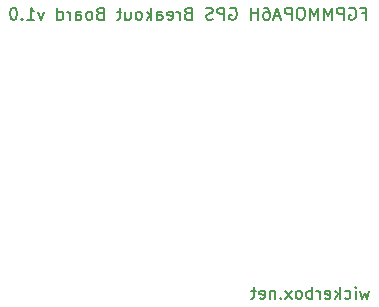
<source format=gbo>
%TF.GenerationSoftware,KiCad,Pcbnew,4.0.5-e0-6337~49~ubuntu16.04.1*%
%TF.CreationDate,2017-01-10T12:19:59-08:00*%
%TF.ProjectId,fgpmmopa6h-gps-breakout,6667706D6D6F706136682D6770732D62,v1.0*%
%TF.FileFunction,Legend,Bot*%
%FSLAX46Y46*%
G04 Gerber Fmt 4.6, Leading zero omitted, Abs format (unit mm)*
G04 Created by KiCad (PCBNEW 4.0.5-e0-6337~49~ubuntu16.04.1) date Tue Jan 10 12:19:59 2017*
%MOMM*%
%LPD*%
G01*
G04 APERTURE LIST*
%ADD10C,0.350000*%
%ADD11C,0.152400*%
G04 APERTURE END LIST*
D10*
D11*
X180179737Y-104557286D02*
X179986213Y-105234619D01*
X179792690Y-104750810D01*
X179599166Y-105234619D01*
X179405642Y-104557286D01*
X179018594Y-105234619D02*
X179018594Y-104557286D01*
X179018594Y-104218619D02*
X179066975Y-104267000D01*
X179018594Y-104315381D01*
X178970213Y-104267000D01*
X179018594Y-104218619D01*
X179018594Y-104315381D01*
X178099356Y-105186238D02*
X178196118Y-105234619D01*
X178389641Y-105234619D01*
X178486403Y-105186238D01*
X178534784Y-105137857D01*
X178583165Y-105041095D01*
X178583165Y-104750810D01*
X178534784Y-104654048D01*
X178486403Y-104605667D01*
X178389641Y-104557286D01*
X178196118Y-104557286D01*
X178099356Y-104605667D01*
X177663927Y-105234619D02*
X177663927Y-104218619D01*
X177567165Y-104847571D02*
X177276880Y-105234619D01*
X177276880Y-104557286D02*
X177663927Y-104944333D01*
X176454404Y-105186238D02*
X176551166Y-105234619D01*
X176744689Y-105234619D01*
X176841451Y-105186238D01*
X176889832Y-105089476D01*
X176889832Y-104702429D01*
X176841451Y-104605667D01*
X176744689Y-104557286D01*
X176551166Y-104557286D01*
X176454404Y-104605667D01*
X176406023Y-104702429D01*
X176406023Y-104799190D01*
X176889832Y-104895952D01*
X175970594Y-105234619D02*
X175970594Y-104557286D01*
X175970594Y-104750810D02*
X175922213Y-104654048D01*
X175873832Y-104605667D01*
X175777070Y-104557286D01*
X175680309Y-104557286D01*
X175341642Y-105234619D02*
X175341642Y-104218619D01*
X175341642Y-104605667D02*
X175244880Y-104557286D01*
X175051357Y-104557286D01*
X174954595Y-104605667D01*
X174906214Y-104654048D01*
X174857833Y-104750810D01*
X174857833Y-105041095D01*
X174906214Y-105137857D01*
X174954595Y-105186238D01*
X175051357Y-105234619D01*
X175244880Y-105234619D01*
X175341642Y-105186238D01*
X174277261Y-105234619D02*
X174374023Y-105186238D01*
X174422404Y-105137857D01*
X174470785Y-105041095D01*
X174470785Y-104750810D01*
X174422404Y-104654048D01*
X174374023Y-104605667D01*
X174277261Y-104557286D01*
X174132119Y-104557286D01*
X174035357Y-104605667D01*
X173986976Y-104654048D01*
X173938595Y-104750810D01*
X173938595Y-105041095D01*
X173986976Y-105137857D01*
X174035357Y-105186238D01*
X174132119Y-105234619D01*
X174277261Y-105234619D01*
X173599928Y-105234619D02*
X173067738Y-104557286D01*
X173599928Y-104557286D02*
X173067738Y-105234619D01*
X172680690Y-105137857D02*
X172632309Y-105186238D01*
X172680690Y-105234619D01*
X172729071Y-105186238D01*
X172680690Y-105137857D01*
X172680690Y-105234619D01*
X172196880Y-104557286D02*
X172196880Y-105234619D01*
X172196880Y-104654048D02*
X172148499Y-104605667D01*
X172051737Y-104557286D01*
X171906595Y-104557286D01*
X171809833Y-104605667D01*
X171761452Y-104702429D01*
X171761452Y-105234619D01*
X170890595Y-105186238D02*
X170987357Y-105234619D01*
X171180880Y-105234619D01*
X171277642Y-105186238D01*
X171326023Y-105089476D01*
X171326023Y-104702429D01*
X171277642Y-104605667D01*
X171180880Y-104557286D01*
X170987357Y-104557286D01*
X170890595Y-104605667D01*
X170842214Y-104702429D01*
X170842214Y-104799190D01*
X171326023Y-104895952D01*
X170551928Y-104557286D02*
X170164880Y-104557286D01*
X170406785Y-104218619D02*
X170406785Y-105089476D01*
X170358404Y-105186238D01*
X170261642Y-105234619D01*
X170164880Y-105234619D01*
X179553808Y-81080429D02*
X179892474Y-81080429D01*
X179892474Y-81612619D02*
X179892474Y-80596619D01*
X179408665Y-80596619D01*
X178489427Y-80645000D02*
X178586189Y-80596619D01*
X178731332Y-80596619D01*
X178876474Y-80645000D01*
X178973236Y-80741762D01*
X179021617Y-80838524D01*
X179069998Y-81032048D01*
X179069998Y-81177190D01*
X179021617Y-81370714D01*
X178973236Y-81467476D01*
X178876474Y-81564238D01*
X178731332Y-81612619D01*
X178634570Y-81612619D01*
X178489427Y-81564238D01*
X178441046Y-81515857D01*
X178441046Y-81177190D01*
X178634570Y-81177190D01*
X178005617Y-81612619D02*
X178005617Y-80596619D01*
X177618570Y-80596619D01*
X177521808Y-80645000D01*
X177473427Y-80693381D01*
X177425046Y-80790143D01*
X177425046Y-80935286D01*
X177473427Y-81032048D01*
X177521808Y-81080429D01*
X177618570Y-81128810D01*
X178005617Y-81128810D01*
X176989617Y-81612619D02*
X176989617Y-80596619D01*
X176650951Y-81322333D01*
X176312284Y-80596619D01*
X176312284Y-81612619D01*
X175828474Y-81612619D02*
X175828474Y-80596619D01*
X175489808Y-81322333D01*
X175151141Y-80596619D01*
X175151141Y-81612619D01*
X174473807Y-80596619D02*
X174280284Y-80596619D01*
X174183522Y-80645000D01*
X174086760Y-80741762D01*
X174038379Y-80935286D01*
X174038379Y-81273952D01*
X174086760Y-81467476D01*
X174183522Y-81564238D01*
X174280284Y-81612619D01*
X174473807Y-81612619D01*
X174570569Y-81564238D01*
X174667331Y-81467476D01*
X174715712Y-81273952D01*
X174715712Y-80935286D01*
X174667331Y-80741762D01*
X174570569Y-80645000D01*
X174473807Y-80596619D01*
X173602950Y-81612619D02*
X173602950Y-80596619D01*
X173215903Y-80596619D01*
X173119141Y-80645000D01*
X173070760Y-80693381D01*
X173022379Y-80790143D01*
X173022379Y-80935286D01*
X173070760Y-81032048D01*
X173119141Y-81080429D01*
X173215903Y-81128810D01*
X173602950Y-81128810D01*
X172635331Y-81322333D02*
X172151522Y-81322333D01*
X172732093Y-81612619D02*
X172393426Y-80596619D01*
X172054760Y-81612619D01*
X171280665Y-80596619D02*
X171474188Y-80596619D01*
X171570950Y-80645000D01*
X171619331Y-80693381D01*
X171716093Y-80838524D01*
X171764474Y-81032048D01*
X171764474Y-81419095D01*
X171716093Y-81515857D01*
X171667712Y-81564238D01*
X171570950Y-81612619D01*
X171377427Y-81612619D01*
X171280665Y-81564238D01*
X171232284Y-81515857D01*
X171183903Y-81419095D01*
X171183903Y-81177190D01*
X171232284Y-81080429D01*
X171280665Y-81032048D01*
X171377427Y-80983667D01*
X171570950Y-80983667D01*
X171667712Y-81032048D01*
X171716093Y-81080429D01*
X171764474Y-81177190D01*
X170748474Y-81612619D02*
X170748474Y-80596619D01*
X170748474Y-81080429D02*
X170167903Y-81080429D01*
X170167903Y-81612619D02*
X170167903Y-80596619D01*
X168377808Y-80645000D02*
X168474570Y-80596619D01*
X168619713Y-80596619D01*
X168764855Y-80645000D01*
X168861617Y-80741762D01*
X168909998Y-80838524D01*
X168958379Y-81032048D01*
X168958379Y-81177190D01*
X168909998Y-81370714D01*
X168861617Y-81467476D01*
X168764855Y-81564238D01*
X168619713Y-81612619D01*
X168522951Y-81612619D01*
X168377808Y-81564238D01*
X168329427Y-81515857D01*
X168329427Y-81177190D01*
X168522951Y-81177190D01*
X167893998Y-81612619D02*
X167893998Y-80596619D01*
X167506951Y-80596619D01*
X167410189Y-80645000D01*
X167361808Y-80693381D01*
X167313427Y-80790143D01*
X167313427Y-80935286D01*
X167361808Y-81032048D01*
X167410189Y-81080429D01*
X167506951Y-81128810D01*
X167893998Y-81128810D01*
X166926379Y-81564238D02*
X166781236Y-81612619D01*
X166539332Y-81612619D01*
X166442570Y-81564238D01*
X166394189Y-81515857D01*
X166345808Y-81419095D01*
X166345808Y-81322333D01*
X166394189Y-81225571D01*
X166442570Y-81177190D01*
X166539332Y-81128810D01*
X166732855Y-81080429D01*
X166829617Y-81032048D01*
X166877998Y-80983667D01*
X166926379Y-80886905D01*
X166926379Y-80790143D01*
X166877998Y-80693381D01*
X166829617Y-80645000D01*
X166732855Y-80596619D01*
X166490951Y-80596619D01*
X166345808Y-80645000D01*
X164797618Y-81080429D02*
X164652475Y-81128810D01*
X164604094Y-81177190D01*
X164555713Y-81273952D01*
X164555713Y-81419095D01*
X164604094Y-81515857D01*
X164652475Y-81564238D01*
X164749237Y-81612619D01*
X165136284Y-81612619D01*
X165136284Y-80596619D01*
X164797618Y-80596619D01*
X164700856Y-80645000D01*
X164652475Y-80693381D01*
X164604094Y-80790143D01*
X164604094Y-80886905D01*
X164652475Y-80983667D01*
X164700856Y-81032048D01*
X164797618Y-81080429D01*
X165136284Y-81080429D01*
X164120284Y-81612619D02*
X164120284Y-80935286D01*
X164120284Y-81128810D02*
X164071903Y-81032048D01*
X164023522Y-80983667D01*
X163926760Y-80935286D01*
X163829999Y-80935286D01*
X163104285Y-81564238D02*
X163201047Y-81612619D01*
X163394570Y-81612619D01*
X163491332Y-81564238D01*
X163539713Y-81467476D01*
X163539713Y-81080429D01*
X163491332Y-80983667D01*
X163394570Y-80935286D01*
X163201047Y-80935286D01*
X163104285Y-80983667D01*
X163055904Y-81080429D01*
X163055904Y-81177190D01*
X163539713Y-81273952D01*
X162185047Y-81612619D02*
X162185047Y-81080429D01*
X162233428Y-80983667D01*
X162330190Y-80935286D01*
X162523713Y-80935286D01*
X162620475Y-80983667D01*
X162185047Y-81564238D02*
X162281809Y-81612619D01*
X162523713Y-81612619D01*
X162620475Y-81564238D01*
X162668856Y-81467476D01*
X162668856Y-81370714D01*
X162620475Y-81273952D01*
X162523713Y-81225571D01*
X162281809Y-81225571D01*
X162185047Y-81177190D01*
X161701237Y-81612619D02*
X161701237Y-80596619D01*
X161604475Y-81225571D02*
X161314190Y-81612619D01*
X161314190Y-80935286D02*
X161701237Y-81322333D01*
X160733618Y-81612619D02*
X160830380Y-81564238D01*
X160878761Y-81515857D01*
X160927142Y-81419095D01*
X160927142Y-81128810D01*
X160878761Y-81032048D01*
X160830380Y-80983667D01*
X160733618Y-80935286D01*
X160588476Y-80935286D01*
X160491714Y-80983667D01*
X160443333Y-81032048D01*
X160394952Y-81128810D01*
X160394952Y-81419095D01*
X160443333Y-81515857D01*
X160491714Y-81564238D01*
X160588476Y-81612619D01*
X160733618Y-81612619D01*
X159524095Y-80935286D02*
X159524095Y-81612619D01*
X159959523Y-80935286D02*
X159959523Y-81467476D01*
X159911142Y-81564238D01*
X159814380Y-81612619D01*
X159669238Y-81612619D01*
X159572476Y-81564238D01*
X159524095Y-81515857D01*
X159185428Y-80935286D02*
X158798380Y-80935286D01*
X159040285Y-80596619D02*
X159040285Y-81467476D01*
X158991904Y-81564238D01*
X158895142Y-81612619D01*
X158798380Y-81612619D01*
X157346953Y-81080429D02*
X157201810Y-81128810D01*
X157153429Y-81177190D01*
X157105048Y-81273952D01*
X157105048Y-81419095D01*
X157153429Y-81515857D01*
X157201810Y-81564238D01*
X157298572Y-81612619D01*
X157685619Y-81612619D01*
X157685619Y-80596619D01*
X157346953Y-80596619D01*
X157250191Y-80645000D01*
X157201810Y-80693381D01*
X157153429Y-80790143D01*
X157153429Y-80886905D01*
X157201810Y-80983667D01*
X157250191Y-81032048D01*
X157346953Y-81080429D01*
X157685619Y-81080429D01*
X156524476Y-81612619D02*
X156621238Y-81564238D01*
X156669619Y-81515857D01*
X156718000Y-81419095D01*
X156718000Y-81128810D01*
X156669619Y-81032048D01*
X156621238Y-80983667D01*
X156524476Y-80935286D01*
X156379334Y-80935286D01*
X156282572Y-80983667D01*
X156234191Y-81032048D01*
X156185810Y-81128810D01*
X156185810Y-81419095D01*
X156234191Y-81515857D01*
X156282572Y-81564238D01*
X156379334Y-81612619D01*
X156524476Y-81612619D01*
X155314953Y-81612619D02*
X155314953Y-81080429D01*
X155363334Y-80983667D01*
X155460096Y-80935286D01*
X155653619Y-80935286D01*
X155750381Y-80983667D01*
X155314953Y-81564238D02*
X155411715Y-81612619D01*
X155653619Y-81612619D01*
X155750381Y-81564238D01*
X155798762Y-81467476D01*
X155798762Y-81370714D01*
X155750381Y-81273952D01*
X155653619Y-81225571D01*
X155411715Y-81225571D01*
X155314953Y-81177190D01*
X154831143Y-81612619D02*
X154831143Y-80935286D01*
X154831143Y-81128810D02*
X154782762Y-81032048D01*
X154734381Y-80983667D01*
X154637619Y-80935286D01*
X154540858Y-80935286D01*
X153766763Y-81612619D02*
X153766763Y-80596619D01*
X153766763Y-81564238D02*
X153863525Y-81612619D01*
X154057048Y-81612619D01*
X154153810Y-81564238D01*
X154202191Y-81515857D01*
X154250572Y-81419095D01*
X154250572Y-81128810D01*
X154202191Y-81032048D01*
X154153810Y-80983667D01*
X154057048Y-80935286D01*
X153863525Y-80935286D01*
X153766763Y-80983667D01*
X152605620Y-80935286D02*
X152363715Y-81612619D01*
X152121811Y-80935286D01*
X151202573Y-81612619D02*
X151783144Y-81612619D01*
X151492858Y-81612619D02*
X151492858Y-80596619D01*
X151589620Y-80741762D01*
X151686382Y-80838524D01*
X151783144Y-80886905D01*
X150767144Y-81515857D02*
X150718763Y-81564238D01*
X150767144Y-81612619D01*
X150815525Y-81564238D01*
X150767144Y-81515857D01*
X150767144Y-81612619D01*
X150089810Y-80596619D02*
X149993049Y-80596619D01*
X149896287Y-80645000D01*
X149847906Y-80693381D01*
X149799525Y-80790143D01*
X149751144Y-80983667D01*
X149751144Y-81225571D01*
X149799525Y-81419095D01*
X149847906Y-81515857D01*
X149896287Y-81564238D01*
X149993049Y-81612619D01*
X150089810Y-81612619D01*
X150186572Y-81564238D01*
X150234953Y-81515857D01*
X150283334Y-81419095D01*
X150331715Y-81225571D01*
X150331715Y-80983667D01*
X150283334Y-80790143D01*
X150234953Y-80693381D01*
X150186572Y-80645000D01*
X150089810Y-80596619D01*
M02*

</source>
